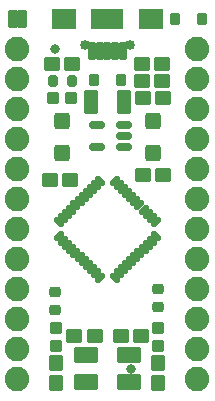
<source format=gbr>
%TF.GenerationSoftware,KiCad,Pcbnew,8.0.4*%
%TF.CreationDate,2024-10-20T10:17:19-04:00*%
%TF.ProjectId,ABSIS_Pro_Micro,41425349-535f-4507-926f-5f4d6963726f,rev?*%
%TF.SameCoordinates,Original*%
%TF.FileFunction,Soldermask,Top*%
%TF.FilePolarity,Negative*%
%FSLAX46Y46*%
G04 Gerber Fmt 4.6, Leading zero omitted, Abs format (unit mm)*
G04 Created by KiCad (PCBNEW 8.0.4) date 2024-10-20 10:17:19*
%MOMM*%
%LPD*%
G01*
G04 APERTURE LIST*
G04 Aperture macros list*
%AMRoundRect*
0 Rectangle with rounded corners*
0 $1 Rounding radius*
0 $2 $3 $4 $5 $6 $7 $8 $9 X,Y pos of 4 corners*
0 Add a 4 corners polygon primitive as box body*
4,1,4,$2,$3,$4,$5,$6,$7,$8,$9,$2,$3,0*
0 Add four circle primitives for the rounded corners*
1,1,$1+$1,$2,$3*
1,1,$1+$1,$4,$5*
1,1,$1+$1,$6,$7*
1,1,$1+$1,$8,$9*
0 Add four rect primitives between the rounded corners*
20,1,$1+$1,$2,$3,$4,$5,0*
20,1,$1+$1,$4,$5,$6,$7,0*
20,1,$1+$1,$6,$7,$8,$9,0*
20,1,$1+$1,$8,$9,$2,$3,0*%
G04 Aperture macros list end*
%ADD10C,0.000000*%
%ADD11RoundRect,0.225000X0.250000X-0.225000X0.250000X0.225000X-0.250000X0.225000X-0.250000X-0.225000X0*%
%ADD12RoundRect,0.250000X-0.425000X0.450000X-0.425000X-0.450000X0.425000X-0.450000X0.425000X0.450000X0*%
%ADD13RoundRect,0.200000X-0.200000X-0.275000X0.200000X-0.275000X0.200000X0.275000X-0.200000X0.275000X0*%
%ADD14RoundRect,0.101600X-0.400000X0.400000X-0.400000X-0.400000X0.400000X-0.400000X0.400000X0.400000X0*%
%ADD15RoundRect,0.101600X-0.550000X-0.500000X0.550000X-0.500000X0.550000X0.500000X-0.550000X0.500000X0*%
%ADD16RoundRect,0.101600X0.550000X0.500000X-0.550000X0.500000X-0.550000X-0.500000X0.550000X-0.500000X0*%
%ADD17RoundRect,0.101600X0.500000X-0.550000X0.500000X0.550000X-0.500000X0.550000X-0.500000X-0.550000X0*%
%ADD18RoundRect,0.101600X0.400000X0.400000X-0.400000X0.400000X-0.400000X-0.400000X0.400000X-0.400000X0*%
%ADD19RoundRect,0.150000X0.512500X0.150000X-0.512500X0.150000X-0.512500X-0.150000X0.512500X-0.150000X0*%
%ADD20RoundRect,0.213860X0.230149X-0.176777X-0.176777X0.230149X-0.230149X0.176777X0.176777X-0.230149X0*%
%ADD21RoundRect,0.213860X-0.230149X0.176777X0.176777X-0.230149X0.230149X-0.176777X-0.176777X0.230149X0*%
%ADD22RoundRect,0.213860X0.176777X0.230149X-0.230149X-0.176777X-0.176777X-0.230149X0.230149X0.176777X0*%
%ADD23RoundRect,0.213860X-0.176777X-0.230149X0.230149X0.176777X0.176777X0.230149X-0.230149X-0.176777X0*%
%ADD24RoundRect,0.101600X-0.950000X-0.550000X0.950000X-0.550000X0.950000X0.550000X-0.950000X0.550000X0*%
%ADD25C,0.850000*%
%ADD26RoundRect,0.101600X-0.200000X-0.700000X0.200000X-0.700000X0.200000X0.700000X-0.200000X0.700000X0*%
%ADD27RoundRect,0.419100X-0.000010X-0.000010X0.000010X-0.000010X0.000010X0.000010X-0.000010X0.000010X0*%
%ADD28RoundRect,0.101600X0.500000X0.900000X-0.500000X0.900000X-0.500000X-0.900000X0.500000X-0.900000X0*%
%ADD29RoundRect,0.101600X0.315000X0.415000X-0.315000X0.415000X-0.315000X-0.415000X0.315000X-0.415000X0*%
%ADD30RoundRect,0.101600X0.317500X0.635000X-0.317500X0.635000X-0.317500X-0.635000X0.317500X-0.635000X0*%
%ADD31RoundRect,0.101600X-0.315000X-0.415000X0.315000X-0.415000X0.315000X0.415000X-0.315000X0.415000X0*%
%ADD32C,2.082800*%
G04 APERTURE END LIST*
D10*
%TO.C,USB1*%
G36*
X145817100Y-90613600D02*
G01*
X143817100Y-90613600D01*
X143817100Y-88913600D01*
X145817100Y-88913600D01*
X145817100Y-90613600D01*
G37*
G36*
X149851100Y-90613600D02*
G01*
X147151100Y-90613600D01*
X147151100Y-88913600D01*
X149851100Y-88913600D01*
X149851100Y-90613600D01*
G37*
G36*
X153185100Y-90613600D02*
G01*
X151185100Y-90613600D01*
X151185100Y-88913600D01*
X153185100Y-88913600D01*
X153185100Y-90613600D01*
G37*
%TD*%
D11*
%TO.C,C3*%
X144068800Y-114414600D03*
X144068800Y-112864600D03*
%TD*%
D12*
%TO.C,C2*%
X144678400Y-98360241D03*
X144678400Y-101060241D03*
%TD*%
D13*
%TO.C,R1*%
X143853400Y-95026482D03*
X145503400Y-95026482D03*
%TD*%
D14*
%TO.C,D2*%
X143928400Y-96479360D03*
X145428400Y-96479360D03*
%TD*%
D15*
%TO.C,R4*%
X143841100Y-93573600D03*
X145541100Y-93573600D03*
%TD*%
D11*
%TO.C,C4*%
X152819100Y-114160600D03*
X152819100Y-112610600D03*
%TD*%
D16*
%TO.C,C7*%
X153199200Y-102956360D03*
X151499200Y-102956360D03*
%TD*%
D17*
%TO.C,R5*%
X152819100Y-120585600D03*
X152819100Y-118885600D03*
%TD*%
D18*
%TO.C,D3*%
X152819100Y-115937600D03*
X152819100Y-117437600D03*
%TD*%
D19*
%TO.C,U1*%
X149884981Y-100609438D03*
X149884981Y-99659438D03*
X149884981Y-98709438D03*
X147609981Y-98709438D03*
X147609981Y-100609438D03*
%TD*%
D12*
%TO.C,C1*%
X152333959Y-98360241D03*
X152333959Y-101060241D03*
%TD*%
D20*
%TO.C,U3*%
X147884856Y-103441320D03*
X147536253Y-103789924D03*
X147187649Y-104138527D03*
X146839046Y-104487131D03*
X146490442Y-104835735D03*
X146141838Y-105184338D03*
D21*
X145793235Y-105532942D03*
X145444631Y-105881546D03*
X145096027Y-106230149D03*
X144747424Y-106578753D03*
X144398820Y-106927356D03*
D22*
X144398820Y-108159844D03*
X144747424Y-108508447D03*
X145096027Y-108857051D03*
X145444631Y-109205654D03*
X145793235Y-109554258D03*
X146141838Y-109902862D03*
D23*
X146490442Y-110251465D03*
X146839046Y-110600069D03*
X147187649Y-110948673D03*
X147536253Y-111297276D03*
X147884856Y-111645880D03*
D21*
X149117344Y-111645880D03*
X149465947Y-111297276D03*
X149814551Y-110948673D03*
X150163154Y-110600069D03*
X150511758Y-110251465D03*
X150860362Y-109902862D03*
D20*
X151208965Y-109554258D03*
X151557569Y-109205654D03*
X151906173Y-108857051D03*
X152254776Y-108508447D03*
X152603380Y-108159844D03*
D23*
X152603380Y-106927356D03*
X152254776Y-106578753D03*
X151906173Y-106230149D03*
X151557569Y-105881546D03*
X151208965Y-105532942D03*
X150860362Y-105184338D03*
D22*
X150511758Y-104835735D03*
X150163154Y-104487131D03*
X149814551Y-104138527D03*
X149465947Y-103789924D03*
X149117344Y-103441320D03*
%TD*%
D24*
%TO.C,Y1*%
X146651100Y-120504600D03*
X150351100Y-120504600D03*
X150351100Y-118204600D03*
X146651100Y-118204600D03*
%TD*%
D16*
%TO.C,C8*%
X151319600Y-116586000D03*
X149619600Y-116586000D03*
%TD*%
%TO.C,C9*%
X147408000Y-116586000D03*
X145708000Y-116586000D03*
%TD*%
%TO.C,C6*%
X145315037Y-103377994D03*
X143615037Y-103377994D03*
%TD*%
%TO.C,C5*%
X153173800Y-96479360D03*
X151473800Y-96479360D03*
%TD*%
D17*
%TO.C,R6*%
X144183100Y-120585600D03*
X144183100Y-118885600D03*
%TD*%
D18*
%TO.C,D4*%
X144183100Y-115937600D03*
X144183100Y-117437600D03*
%TD*%
D16*
%TO.C,R2*%
X153161100Y-95026482D03*
X151461100Y-95026482D03*
%TD*%
%TO.C,R3*%
X153161100Y-93573600D03*
X151461100Y-93573600D03*
%TD*%
D25*
%TO.C,USB1*%
X150401100Y-91963600D03*
X146601100Y-91963600D03*
D26*
X148501100Y-92463600D03*
X149151100Y-92463600D03*
X147201100Y-92463600D03*
X147851100Y-92463600D03*
X149801100Y-92463600D03*
%TD*%
D27*
%TO.C,JP3*%
X150533100Y-119354600D03*
%TD*%
%TO.C,JP6*%
X144080000Y-92303600D03*
%TD*%
D28*
%TO.C,F1*%
X149901100Y-96748600D03*
X147101100Y-96748600D03*
%TD*%
D29*
%TO.C,D1*%
X149651100Y-94945200D03*
X147351100Y-94945200D03*
%TD*%
D30*
%TO.C,SJ1*%
X141293000Y-89763600D03*
X140469200Y-89763600D03*
%TD*%
D31*
%TO.C,D5*%
X154247200Y-89763600D03*
X156547200Y-89763600D03*
%TD*%
D32*
%TO.C,JP2*%
X156121100Y-92303600D03*
X156121100Y-94843600D03*
X156121100Y-97383600D03*
X156121100Y-99923600D03*
X156121100Y-102463600D03*
X156121100Y-105003600D03*
X156121100Y-107543600D03*
X156121100Y-110083600D03*
X156121100Y-112623600D03*
X156121100Y-115163600D03*
X156121100Y-117703600D03*
X156121100Y-120243600D03*
%TD*%
%TO.C,JP1*%
X140881100Y-120243600D03*
X140881100Y-117703600D03*
X140881100Y-115163600D03*
X140881100Y-112623600D03*
X140881100Y-110083600D03*
X140881100Y-107543600D03*
X140881100Y-105003600D03*
X140881100Y-102463600D03*
X140881100Y-99923600D03*
X140881100Y-97383600D03*
X140881100Y-94843600D03*
X140881100Y-92303600D03*
%TD*%
M02*

</source>
